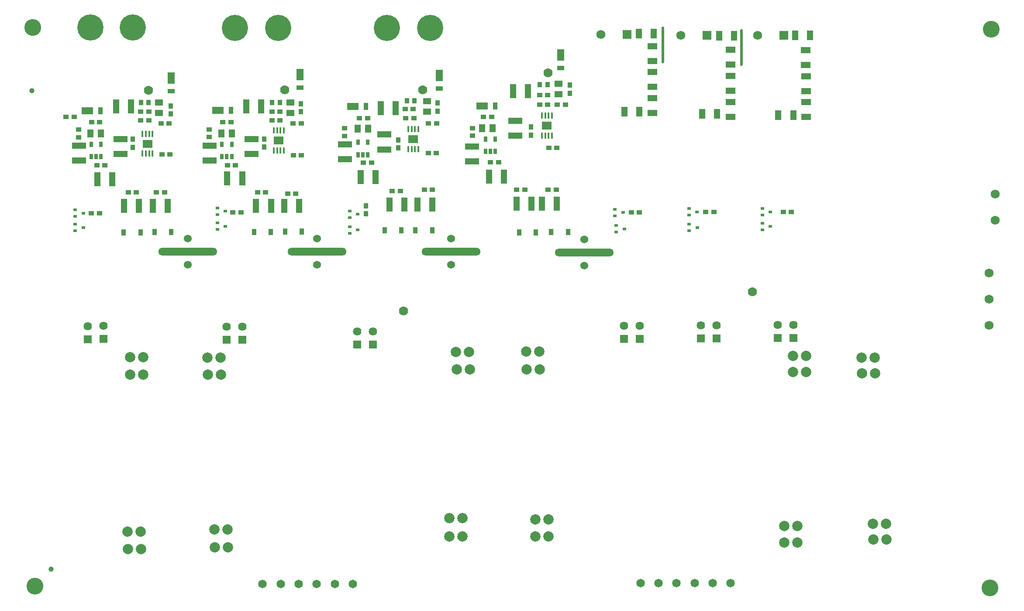
<source format=gbr>
%TF.GenerationSoftware,KiCad,Pcbnew,(5.99.0-10177-gd878cbddbc)*%
%TF.CreationDate,2021-05-19T16:56:41+02:00*%
%TF.ProjectId,PowerMeterDeng,506f7765-724d-4657-9465-7244656e672e,rev?*%
%TF.SameCoordinates,Original*%
%TF.FileFunction,Soldermask,Bot*%
%TF.FilePolarity,Negative*%
%FSLAX46Y46*%
G04 Gerber Fmt 4.6, Leading zero omitted, Abs format (unit mm)*
G04 Created by KiCad (PCBNEW (5.99.0-10177-gd878cbddbc)) date 2021-05-19 16:56:41*
%MOMM*%
%LPD*%
G01*
G04 APERTURE LIST*
%ADD10R,1.625600X1.625600*%
%ADD11C,1.625600*%
%ADD12C,1.651000*%
%ADD13C,5.080000*%
%ADD14C,1.778000*%
%ADD15O,0.508000X7.162800*%
%ADD16C,2.000000*%
%ADD17O,11.430000X1.498600*%
%ADD18C,3.251200*%
%ADD19R,1.727200X1.727200*%
%ADD20C,1.727200*%
%ADD21C,1.524000*%
%ADD22C,1.752600*%
%ADD23R,1.828800X1.295400*%
%ADD24R,0.990600X0.939800*%
%ADD25R,1.295400X1.828800*%
%ADD26R,0.914400X1.219200*%
%ADD27R,0.787400X0.584200*%
%ADD28R,2.692400X1.295400*%
%ADD29R,1.600200X1.270000*%
%ADD30R,1.295400X2.692400*%
%ADD31R,0.635000X1.092200*%
%ADD32R,1.397000X2.184400*%
%ADD33R,1.397000X0.889000*%
%ADD34R,2.184400X1.397000*%
%ADD35R,0.889000X1.397000*%
%ADD36R,0.939800X0.990600*%
%ADD37R,1.270000X1.600200*%
%ADD38R,0.381000X1.270000*%
%ADD39R,1.905000X1.524000*%
%ADD40C,0.990600*%
G04 APERTURE END LIST*
D10*
%TO.C,J26*%
X228432200Y-81534000D03*
D11*
X228432200Y-78994000D03*
%TD*%
D12*
%TO.C,J8*%
X125538695Y-129226300D03*
X129038698Y-129226300D03*
X132538699Y-129226300D03*
X136038700Y-129226300D03*
X139538700Y-129226300D03*
X143038701Y-129226300D03*
%TD*%
D10*
%TO.C,J27*%
X225384200Y-81508600D03*
D11*
X225384200Y-78968600D03*
%TD*%
D13*
%TO.C,TP7*%
X149666800Y-21336000D03*
%TD*%
D14*
%TO.C,TP16*%
X180898800Y-30022800D03*
%TD*%
D13*
%TO.C,TP8*%
X158048800Y-21336000D03*
%TD*%
D15*
%TO.C,*%
X218399200Y-25069800D03*
%TD*%
D16*
%TO.C,TP29*%
X230886000Y-88061800D03*
X228346000Y-88061800D03*
%TD*%
D10*
%TO.C,J20*%
X146923600Y-82778600D03*
D11*
X146923600Y-80238600D03*
%TD*%
D14*
%TO.C,TP17*%
X220472000Y-72542400D03*
%TD*%
D10*
%TO.C,J21*%
X143875600Y-82778600D03*
D11*
X143875600Y-80238600D03*
%TD*%
D16*
%TO.C,TP21*%
X165684800Y-87602200D03*
X163144800Y-87602200D03*
%TD*%
%TO.C,TP15*%
X99364800Y-119049200D03*
X101904800Y-119049200D03*
%TD*%
D17*
%TO.C,*%
X111058800Y-64770000D03*
%TD*%
D18*
%TO.C,MH2*%
X81381600Y-129641600D03*
%TD*%
D16*
%TO.C,TP33*%
X229260400Y-117982700D03*
X226720400Y-117982700D03*
%TD*%
D18*
%TO.C,MH3*%
X266852400Y-21590000D03*
%TD*%
D19*
%TO.C,J15*%
X211693600Y-22758400D03*
D20*
X206613600Y-22758400D03*
%TD*%
D16*
%TO.C,TP22*%
X161740599Y-116456000D03*
X164280599Y-116456000D03*
%TD*%
D18*
%TO.C,MH2*%
X266547600Y-130048000D03*
%TD*%
D16*
%TO.C,TP23*%
X164324198Y-119986600D03*
X161784198Y-119986600D03*
%TD*%
D10*
%TO.C,J11*%
X91602400Y-81737200D03*
D11*
X91602400Y-79197200D03*
%TD*%
D18*
%TO.C,MH1*%
X80975200Y-21183600D03*
%TD*%
D16*
%TO.C,TP35*%
X243916200Y-120624900D03*
X246456200Y-120624900D03*
%TD*%
D12*
%TO.C,J29*%
X198801195Y-129082800D03*
X202301198Y-129082800D03*
X205801199Y-129082800D03*
X209301200Y-129082800D03*
X212801200Y-129082800D03*
X216301201Y-129082800D03*
%TD*%
D13*
%TO.C,TP5*%
X128534000Y-21336000D03*
%TD*%
D10*
%TO.C,J18*%
X121599800Y-81838800D03*
D11*
X121599800Y-79298800D03*
%TD*%
D16*
%TO.C,TP53*%
X118719600Y-118668800D03*
X116179600Y-118668800D03*
%TD*%
D17*
%TO.C,*%
X136077800Y-64770000D03*
%TD*%
D10*
%TO.C,J22*%
X198688800Y-81661000D03*
D11*
X198688800Y-79121000D03*
%TD*%
D16*
%TO.C,TP31*%
X241706400Y-85293200D03*
X244246400Y-85293200D03*
%TD*%
D10*
%TO.C,J23*%
X195615400Y-81686400D03*
D11*
X195615400Y-79146400D03*
%TD*%
D10*
%TO.C,J25*%
X210550600Y-81584800D03*
D11*
X210550600Y-79044800D03*
%TD*%
D16*
%TO.C,TP52*%
X118795800Y-122097800D03*
X116255800Y-122097800D03*
%TD*%
D14*
%TO.C,TP6*%
X129829400Y-33324800D03*
%TD*%
D21*
%TO.C,C51*%
X187944600Y-67437000D03*
X187944600Y-62357000D03*
%TD*%
D15*
%TO.C,*%
X203108400Y-24638000D03*
%TD*%
D21*
%TO.C,C7*%
X111058800Y-67310000D03*
X111058800Y-62230000D03*
%TD*%
D16*
%TO.C,TP26*%
X178402999Y-116710000D03*
X180942999Y-116710000D03*
%TD*%
D10*
%TO.C,J10*%
X94650400Y-81686400D03*
D11*
X94650400Y-79146400D03*
%TD*%
D10*
%TO.C,J19*%
X118577200Y-81813400D03*
D11*
X118577200Y-79273400D03*
%TD*%
D16*
%TO.C,TP11*%
X102412800Y-85191600D03*
X99872800Y-85191600D03*
%TD*%
%TO.C,TP28*%
X228346000Y-84963000D03*
X230886000Y-84963000D03*
%TD*%
D14*
%TO.C,TP9*%
X152816400Y-76225400D03*
%TD*%
D10*
%TO.C,J24*%
X213598600Y-81559400D03*
D11*
X213598600Y-79019400D03*
%TD*%
D16*
%TO.C,TP20*%
X163043200Y-84198600D03*
X165583200Y-84198600D03*
%TD*%
D14*
%TO.C,TP10*%
X156575600Y-33350200D03*
%TD*%
D16*
%TO.C,TP24*%
X176632200Y-84147800D03*
X179172200Y-84147800D03*
%TD*%
%TO.C,TP51*%
X114909600Y-88646000D03*
X117449600Y-88646000D03*
%TD*%
D22*
%TO.C,J30*%
X266395200Y-68884800D03*
X266395200Y-73964800D03*
X266395200Y-79044800D03*
%TD*%
D13*
%TO.C,TP4*%
X120202800Y-21336000D03*
%TD*%
D16*
%TO.C,TP30*%
X244297200Y-88341200D03*
X241757200Y-88341200D03*
%TD*%
D13*
%TO.C,TP1*%
X92135800Y-21209000D03*
%TD*%
D17*
%TO.C,*%
X187944600Y-64897000D03*
%TD*%
D14*
%TO.C,TP3*%
X103438800Y-33401000D03*
%TD*%
D13*
%TO.C,TP2*%
X100390800Y-21209000D03*
%TD*%
D22*
%TO.C,J17*%
X267563600Y-58623200D03*
X267563600Y-53543200D03*
%TD*%
D19*
%TO.C,J16*%
X226603400Y-22758400D03*
D20*
X221523400Y-22758400D03*
%TD*%
D19*
%TO.C,J14*%
X196225000Y-22555200D03*
D20*
X191145000Y-22555200D03*
%TD*%
D16*
%TO.C,TP32*%
X229209600Y-121208800D03*
X226669600Y-121208800D03*
%TD*%
D17*
%TO.C,*%
X162112800Y-64770000D03*
%TD*%
D16*
%TO.C,TP27*%
X180968399Y-120062800D03*
X178428399Y-120062800D03*
%TD*%
%TO.C,TP12*%
X99822000Y-88646000D03*
X102362000Y-88646000D03*
%TD*%
%TO.C,TP34*%
X243865400Y-117602000D03*
X246405400Y-117602000D03*
%TD*%
%TO.C,TP50*%
X114858800Y-85344000D03*
X117398800Y-85344000D03*
%TD*%
D21*
%TO.C,C15*%
X136077800Y-67310000D03*
X136077800Y-62230000D03*
%TD*%
D16*
%TO.C,TP13*%
X101955600Y-122504200D03*
X99415600Y-122504200D03*
%TD*%
%TO.C,TP25*%
X176708400Y-87602200D03*
X179248400Y-87602200D03*
%TD*%
D21*
%TO.C,C26*%
X162112800Y-67310000D03*
X162112800Y-62230000D03*
%TD*%
D23*
%TO.C,R67*%
X201101800Y-24841200D03*
X201101800Y-27736800D03*
%TD*%
%TO.C,R90*%
X230870600Y-25577800D03*
X230870600Y-28473400D03*
%TD*%
D24*
%TO.C,C150*%
X93380400Y-48006000D03*
X94955200Y-48006000D03*
%TD*%
D25*
%TO.C,FB9*%
X198485600Y-22402800D03*
X201381200Y-22402800D03*
%TD*%
D26*
%TO.C,D39*%
X123885800Y-60883800D03*
X127137000Y-60883800D03*
%TD*%
D27*
%TO.C,D19*%
X194091400Y-60934600D03*
X194091400Y-59664600D03*
X195666200Y-60299600D03*
%TD*%
D24*
%TO.C,C120*%
X144307400Y-38862000D03*
X145882200Y-38862000D03*
%TD*%
%TO.C,C125*%
X130388200Y-53441600D03*
X131963000Y-53441600D03*
%TD*%
%TO.C,R104*%
X103464200Y-37592000D03*
X101889400Y-37592000D03*
%TD*%
%TO.C,R101*%
X133019800Y-39878000D03*
X131445000Y-39878000D03*
%TD*%
D28*
%TO.C,C121*%
X141538800Y-46786800D03*
X141538800Y-43891200D03*
%TD*%
D26*
%TO.C,D45*%
X98612800Y-61010800D03*
X101864000Y-61010800D03*
%TD*%
D25*
%TO.C,FB11*%
X214055800Y-22783800D03*
X216951400Y-22783800D03*
%TD*%
D27*
%TO.C,D35*%
X142427800Y-58115200D03*
X142427800Y-56845200D03*
X144002600Y-57480200D03*
%TD*%
D24*
%TO.C,R52*%
X197012400Y-57124600D03*
X198587200Y-57124600D03*
%TD*%
D29*
%TO.C,C126*%
X130921600Y-37820600D03*
X130921600Y-35788600D03*
%TD*%
D24*
%TO.C,R103*%
X107416600Y-39878000D03*
X105841800Y-39878000D03*
%TD*%
%TO.C,C109*%
X156880400Y-52705000D03*
X158455200Y-52705000D03*
%TD*%
%TO.C,C118*%
X145069400Y-47498000D03*
X146644200Y-47498000D03*
%TD*%
D23*
%TO.C,R81*%
X216265600Y-35712400D03*
X216265600Y-38608000D03*
%TD*%
D28*
%TO.C,C116*%
X149158800Y-41986200D03*
X149158800Y-44881800D03*
%TD*%
D23*
%TO.C,R91*%
X230921400Y-30683200D03*
X230921400Y-33578800D03*
%TD*%
D30*
%TO.C,C73*%
X179715000Y-55397400D03*
X182610600Y-55397400D03*
%TD*%
D24*
%TO.C,C136*%
X117815200Y-39624000D03*
X119390000Y-39624000D03*
%TD*%
D23*
%TO.C,R68*%
X201076400Y-29845000D03*
X201076400Y-32740600D03*
%TD*%
D24*
%TO.C,C134*%
X118704200Y-47955200D03*
X120279000Y-47955200D03*
%TD*%
D31*
%TO.C,U16*%
X170672600Y-45288200D03*
X169732800Y-45288200D03*
X168793000Y-45288200D03*
X168793000Y-42900600D03*
X170672600Y-42900600D03*
%TD*%
D30*
%TO.C,C82*%
X172323600Y-50190400D03*
X169428000Y-50190400D03*
%TD*%
D32*
%TO.C,D44*%
X107848400Y-31038800D03*
D33*
X107848400Y-33578800D03*
%TD*%
D24*
%TO.C,C140*%
X107594400Y-45872400D03*
X106019600Y-45872400D03*
%TD*%
%TO.C,C80*%
X174787400Y-52730400D03*
X176362200Y-52730400D03*
%TD*%
%TO.C,C74*%
X182585200Y-44602400D03*
X181010400Y-44602400D03*
%TD*%
D30*
%TO.C,C131*%
X122361800Y-36550600D03*
X125257400Y-36550600D03*
%TD*%
D28*
%TO.C,C153*%
X89976800Y-47040800D03*
X89976800Y-44145200D03*
%TD*%
D34*
%TO.C,D46*%
X91592400Y-37388800D03*
D35*
X94132400Y-37388800D03*
%TD*%
D30*
%TO.C,C128*%
X124266800Y-55854600D03*
X127162400Y-55854600D03*
%TD*%
D24*
%TO.C,C141*%
X104937400Y-53213000D03*
X106512200Y-53213000D03*
%TD*%
%TO.C,C127*%
X128915000Y-39217600D03*
X127340200Y-39217600D03*
%TD*%
D36*
%TO.C,C122*%
X132953600Y-36017200D03*
X132953600Y-37592000D03*
%TD*%
D29*
%TO.C,C142*%
X105470800Y-37846000D03*
X105470800Y-35814000D03*
%TD*%
D28*
%TO.C,C81*%
X174558800Y-39344600D03*
X174558800Y-42240200D03*
%TD*%
D30*
%TO.C,C147*%
X97129600Y-36576000D03*
X100025200Y-36576000D03*
%TD*%
D24*
%TO.C,R95*%
X180807200Y-34315400D03*
X179232400Y-34315400D03*
%TD*%
%TO.C,C152*%
X92364400Y-39624000D03*
X93939200Y-39624000D03*
%TD*%
D30*
%TO.C,C149*%
X96377600Y-50673000D03*
X93482000Y-50673000D03*
%TD*%
D37*
%TO.C,C119*%
X145983800Y-40894000D03*
X143951800Y-40894000D03*
%TD*%
D26*
%TO.C,D21*%
X181493000Y-60934600D03*
X184744200Y-60934600D03*
%TD*%
D27*
%TO.C,D41*%
X116748400Y-57531000D03*
X116748400Y-56261000D03*
X118323200Y-56896000D03*
%TD*%
D36*
%TO.C,C114*%
X151825800Y-44602400D03*
X151825800Y-43027600D03*
%TD*%
D25*
%TO.C,FB12*%
X228813200Y-22758400D03*
X231708800Y-22758400D03*
%TD*%
D30*
%TO.C,C123*%
X129727800Y-55854600D03*
X132623400Y-55854600D03*
%TD*%
D36*
%TO.C,FB17*%
X153502200Y-35433000D03*
X154975400Y-35433000D03*
%TD*%
D29*
%TO.C,C72*%
X182940800Y-34188400D03*
X182940800Y-32156400D03*
%TD*%
D27*
%TO.C,D18*%
X208188400Y-57632600D03*
X208188400Y-56362600D03*
X209763200Y-56997600D03*
%TD*%
D23*
%TO.C,R80*%
X216240200Y-30632400D03*
X216240200Y-33528000D03*
%TD*%
D37*
%TO.C,C84*%
X170164600Y-40741600D03*
X168132600Y-40741600D03*
%TD*%
D30*
%TO.C,C139*%
X104277000Y-55880000D03*
X107172600Y-55880000D03*
%TD*%
D36*
%TO.C,C78*%
X177606800Y-42087800D03*
X177606800Y-40513000D03*
%TD*%
D32*
%TO.C,D31*%
X159816800Y-30530800D03*
D33*
X159816800Y-33070800D03*
%TD*%
D27*
%TO.C,D16*%
X222412400Y-60477400D03*
X222412400Y-59207400D03*
X223987200Y-59842400D03*
%TD*%
D24*
%TO.C,C145*%
X99476400Y-53213000D03*
X101051200Y-53213000D03*
%TD*%
%TO.C,FB20*%
X115199000Y-42494200D03*
X115199000Y-41021000D03*
%TD*%
D34*
%TO.C,D24*%
X168056400Y-36474400D03*
D35*
X170596400Y-36474400D03*
%TD*%
D36*
%TO.C,FB21*%
X101940200Y-35814000D03*
X103413400Y-35814000D03*
%TD*%
D24*
%TO.C,FB18*%
X141411800Y-42265600D03*
X141411800Y-40792400D03*
%TD*%
D30*
%TO.C,C144*%
X98689000Y-55880000D03*
X101584600Y-55880000D03*
%TD*%
D31*
%TO.C,U20*%
X145907600Y-45897800D03*
X144967800Y-45897800D03*
X144028000Y-45897800D03*
X144028000Y-43510200D03*
X145907600Y-43510200D03*
%TD*%
D23*
%TO.C,R79*%
X216265600Y-25527000D03*
X216265600Y-28422600D03*
%TD*%
D24*
%TO.C,R105*%
X87401400Y-38608000D03*
X88976200Y-38608000D03*
%TD*%
%TO.C,C107*%
X159217200Y-45593000D03*
X157642400Y-45593000D03*
%TD*%
D23*
%TO.C,R69*%
X201076400Y-34950400D03*
X201076400Y-37846000D03*
%TD*%
D36*
%TO.C,FB19*%
X127391000Y-35788600D03*
X128864200Y-35788600D03*
%TD*%
D28*
%TO.C,C137*%
X115300600Y-47015400D03*
X115300600Y-44119800D03*
%TD*%
D26*
%TO.C,D32*%
X155153200Y-60579000D03*
X158404400Y-60579000D03*
%TD*%
%TO.C,D23*%
X175270000Y-60985400D03*
X178521200Y-60985400D03*
%TD*%
D24*
%TO.C,C129*%
X124546200Y-53187600D03*
X126121000Y-53187600D03*
%TD*%
D25*
%TO.C,R70*%
X198587200Y-37566600D03*
X195691600Y-37566600D03*
%TD*%
D24*
%TO.C,FB22*%
X89849800Y-42519600D03*
X89849800Y-41046400D03*
%TD*%
D27*
%TO.C,D17*%
X208264600Y-60706000D03*
X208264600Y-59436000D03*
X209839400Y-60071000D03*
%TD*%
D24*
%TO.C,C113*%
X150657400Y-52959000D03*
X152232200Y-52959000D03*
%TD*%
D30*
%TO.C,C115*%
X148473000Y-36855400D03*
X151368600Y-36855400D03*
%TD*%
D24*
%TO.C,C83*%
X169707400Y-47396400D03*
X171282200Y-47396400D03*
%TD*%
D36*
%TO.C,FB13*%
X179283200Y-32283400D03*
X180756400Y-32283400D03*
%TD*%
D34*
%TO.C,D34*%
X143002000Y-36525200D03*
D35*
X145542000Y-36525200D03*
%TD*%
D38*
%TO.C,U21*%
X127711200Y-41224200D03*
X128371600Y-41224200D03*
X129006600Y-41224200D03*
X129641600Y-41224200D03*
X129641600Y-45110400D03*
X129006600Y-45110400D03*
X128371600Y-45110400D03*
X127711200Y-45110400D03*
D39*
X128676400Y-43180000D03*
%TD*%
D31*
%TO.C,U22*%
X119542400Y-46278800D03*
X118602600Y-46278800D03*
X117662800Y-46278800D03*
X117662800Y-43891200D03*
X119542400Y-43891200D03*
%TD*%
D40*
%TO.C,FID5*%
X84531200Y-126390400D03*
%TD*%
D24*
%TO.C,C75*%
X180883400Y-52730400D03*
X182458200Y-52730400D03*
%TD*%
D26*
%TO.C,D37*%
X129880200Y-60858400D03*
X133131400Y-60858400D03*
%TD*%
D37*
%TO.C,C151*%
X94167800Y-41783000D03*
X92135800Y-41783000D03*
%TD*%
D24*
%TO.C,C111*%
X154848400Y-38785800D03*
X153273600Y-38785800D03*
%TD*%
D38*
%TO.C,U19*%
X153781600Y-40970200D03*
X154442000Y-40970200D03*
X155077000Y-40970200D03*
X155712000Y-40970200D03*
X155712000Y-44856400D03*
X155077000Y-44856400D03*
X154442000Y-44856400D03*
X153781600Y-44856400D03*
D39*
X154746800Y-42926000D03*
%TD*%
D38*
%TO.C,U23*%
X102260400Y-41833800D03*
X102920800Y-41833800D03*
X103555800Y-41833800D03*
X104190800Y-41833800D03*
X104190800Y-45720000D03*
X103555800Y-45720000D03*
X102920800Y-45720000D03*
X102260400Y-45720000D03*
D39*
X103225600Y-43789600D03*
%TD*%
D30*
%TO.C,C79*%
X174127000Y-33553400D03*
X177022600Y-33553400D03*
%TD*%
D24*
%TO.C,R102*%
X128915000Y-37566600D03*
X127340200Y-37566600D03*
%TD*%
D29*
%TO.C,C110*%
X157439200Y-37566600D03*
X157439200Y-35534600D03*
%TD*%
D36*
%TO.C,C138*%
X107696000Y-36423600D03*
X107696000Y-37998400D03*
%TD*%
D28*
%TO.C,C132*%
X123428600Y-42849800D03*
X123428600Y-45745400D03*
%TD*%
D32*
%TO.C,D38*%
X132791200Y-30378400D03*
D33*
X132791200Y-32918400D03*
%TD*%
D37*
%TO.C,C135*%
X119618600Y-41783000D03*
X117586600Y-41783000D03*
%TD*%
D36*
%TO.C,R47*%
X145577400Y-57378600D03*
X145577400Y-55803800D03*
%TD*%
D40*
%TO.C,FID6*%
X80832800Y-33528000D03*
%TD*%
D26*
%TO.C,D33*%
X149184200Y-60579000D03*
X152435400Y-60579000D03*
%TD*%
D30*
%TO.C,C77*%
X174762000Y-55397400D03*
X177657600Y-55397400D03*
%TD*%
D24*
%TO.C,R44*%
X119771000Y-57073800D03*
X121345800Y-57073800D03*
%TD*%
D32*
%TO.C,D22*%
X183337200Y-26517600D03*
D33*
X183337200Y-29057600D03*
%TD*%
D27*
%TO.C,D47*%
X89189400Y-57912000D03*
X89189400Y-56642000D03*
X90764200Y-57277000D03*
%TD*%
D36*
%TO.C,C106*%
X159496600Y-35864800D03*
X159496600Y-37439600D03*
%TD*%
D30*
%TO.C,C112*%
X150124000Y-55626000D03*
X153019600Y-55626000D03*
%TD*%
%TO.C,C108*%
X155585000Y-55626000D03*
X158480600Y-55626000D03*
%TD*%
%TO.C,C133*%
X121574400Y-50520600D03*
X118678800Y-50520600D03*
%TD*%
D38*
%TO.C,U15*%
X179689600Y-38328600D03*
X180350000Y-38328600D03*
X180985000Y-38328600D03*
X181620000Y-38328600D03*
X181620000Y-42214800D03*
X180985000Y-42214800D03*
X180350000Y-42214800D03*
X179689600Y-42214800D03*
D39*
X180654800Y-40284400D03*
%TD*%
D24*
%TO.C,C143*%
X103464200Y-39243000D03*
X101889400Y-39243000D03*
%TD*%
%TO.C,R99*%
X159268000Y-39827200D03*
X157693200Y-39827200D03*
%TD*%
D36*
%TO.C,C71*%
X185099800Y-32385000D03*
X185099800Y-33959800D03*
%TD*%
D27*
%TO.C,D20*%
X193837400Y-57759600D03*
X193837400Y-56489600D03*
X195412200Y-57124600D03*
%TD*%
D24*
%TO.C,C85*%
X168361200Y-38582600D03*
X169936000Y-38582600D03*
%TD*%
%TO.C,C124*%
X133070600Y-46024800D03*
X131495800Y-46024800D03*
%TD*%
D26*
%TO.C,D43*%
X104581800Y-60960000D03*
X107833000Y-60960000D03*
%TD*%
D27*
%TO.C,D15*%
X222412400Y-57658000D03*
X222412400Y-56388000D03*
X223987200Y-57023000D03*
%TD*%
%TO.C,D36*%
X142402400Y-61163200D03*
X142402400Y-59893200D03*
X143977200Y-60528200D03*
%TD*%
%TO.C,D42*%
X116748400Y-60452000D03*
X116748400Y-59182000D03*
X118323200Y-59817000D03*
%TD*%
D30*
%TO.C,C117*%
X147431600Y-50292000D03*
X144536000Y-50292000D03*
%TD*%
D31*
%TO.C,U24*%
X94218600Y-46278800D03*
X93278800Y-46278800D03*
X92339000Y-46278800D03*
X92339000Y-43891200D03*
X94218600Y-43891200D03*
%TD*%
D24*
%TO.C,C76*%
X179232400Y-36220400D03*
X180807200Y-36220400D03*
%TD*%
D28*
%TO.C,C86*%
X166176800Y-47193200D03*
X166176800Y-44297600D03*
%TD*%
D36*
%TO.C,C146*%
X100390800Y-44475400D03*
X100390800Y-42900600D03*
%TD*%
D24*
%TO.C,R97*%
X211465000Y-57023000D03*
X213039800Y-57023000D03*
%TD*%
D23*
%TO.C,R92*%
X230921400Y-35712400D03*
X230921400Y-38608000D03*
%TD*%
D24*
%TO.C,R107*%
X226476400Y-57048400D03*
X228051200Y-57048400D03*
%TD*%
D28*
%TO.C,C148*%
X97977800Y-42875200D03*
X97977800Y-45770800D03*
%TD*%
D24*
%TO.C,R100*%
X154746800Y-37058600D03*
X153172000Y-37058600D03*
%TD*%
D25*
%TO.C,R93*%
X228422200Y-38201600D03*
X225526600Y-38201600D03*
%TD*%
D27*
%TO.C,D48*%
X89189400Y-60706000D03*
X89189400Y-59436000D03*
X90764200Y-60071000D03*
%TD*%
D34*
%TO.C,D40*%
X116890800Y-37338000D03*
D35*
X119430800Y-37338000D03*
%TD*%
D24*
%TO.C,R94*%
X184236200Y-36220400D03*
X182661400Y-36220400D03*
%TD*%
%TO.C,R39*%
X92339000Y-57251600D03*
X93913800Y-57251600D03*
%TD*%
%TO.C,FB14*%
X166227600Y-42240200D03*
X166227600Y-40767000D03*
%TD*%
D36*
%TO.C,C130*%
X125841600Y-44450000D03*
X125841600Y-42875200D03*
%TD*%
D25*
%TO.C,R82*%
X213624000Y-37998400D03*
X210728400Y-37998400D03*
%TD*%
M02*

</source>
